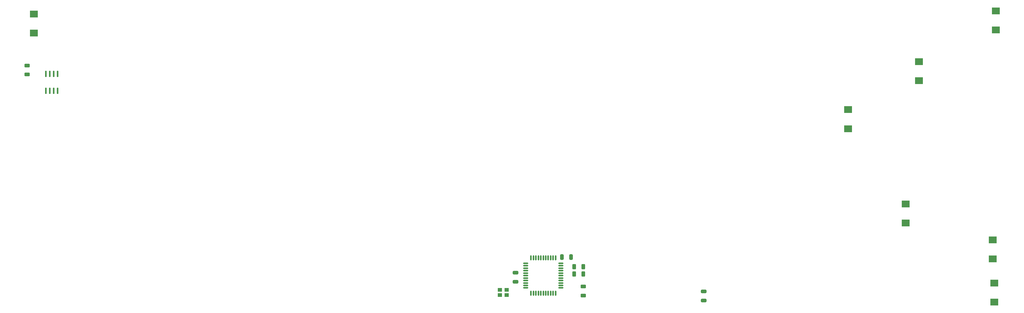
<source format=gbr>
%TF.GenerationSoftware,KiCad,Pcbnew,9.0.2*%
%TF.CreationDate,2025-07-03T22:06:11+05:30*%
%TF.ProjectId,KeeBoard,4b656542-6f61-4726-942e-6b696361645f,rev?*%
%TF.SameCoordinates,Original*%
%TF.FileFunction,Paste,Bot*%
%TF.FilePolarity,Positive*%
%FSLAX46Y46*%
G04 Gerber Fmt 4.6, Leading zero omitted, Abs format (unit mm)*
G04 Created by KiCad (PCBNEW 9.0.2) date 2025-07-03 22:06:11*
%MOMM*%
%LPD*%
G01*
G04 APERTURE LIST*
G04 Aperture macros list*
%AMRoundRect*
0 Rectangle with rounded corners*
0 $1 Rounding radius*
0 $2 $3 $4 $5 $6 $7 $8 $9 X,Y pos of 4 corners*
0 Add a 4 corners polygon primitive as box body*
4,1,4,$2,$3,$4,$5,$6,$7,$8,$9,$2,$3,0*
0 Add four circle primitives for the rounded corners*
1,1,$1+$1,$2,$3*
1,1,$1+$1,$4,$5*
1,1,$1+$1,$6,$7*
1,1,$1+$1,$8,$9*
0 Add four rect primitives between the rounded corners*
20,1,$1+$1,$2,$3,$4,$5,0*
20,1,$1+$1,$4,$5,$6,$7,0*
20,1,$1+$1,$6,$7,$8,$9,0*
20,1,$1+$1,$8,$9,$2,$3,0*%
G04 Aperture macros list end*
%ADD10O,0.588000X2.045000*%
%ADD11R,2.500000X2.300000*%
%ADD12RoundRect,0.250000X-0.625000X0.312500X-0.625000X-0.312500X0.625000X-0.312500X0.625000X0.312500X0*%
%ADD13RoundRect,0.250000X-0.325000X-0.650000X0.325000X-0.650000X0.325000X0.650000X-0.325000X0.650000X0*%
%ADD14RoundRect,0.250000X0.650000X-0.325000X0.650000X0.325000X-0.650000X0.325000X-0.650000X-0.325000X0*%
%ADD15O,1.684000X0.448000*%
%ADD16O,0.448000X1.684000*%
%ADD17R,1.400000X1.200000*%
%ADD18RoundRect,0.250000X0.312500X0.625000X-0.312500X0.625000X-0.312500X-0.625000X0.312500X-0.625000X0*%
%ADD19RoundRect,0.250000X-0.650000X0.325000X-0.650000X-0.325000X0.650000X-0.325000X0.650000X0.325000X0*%
G04 APERTURE END LIST*
D10*
%TO.C,U3*%
X27705000Y-49872500D03*
X26435000Y-49872500D03*
X25165000Y-49872500D03*
X23895000Y-49872500D03*
X23895000Y-44327500D03*
X25165000Y-44327500D03*
X26435000Y-44327500D03*
X27705000Y-44327500D03*
%TD*%
D11*
%TO.C,Main_c6*%
X331500000Y-104600000D03*
X331500000Y-98400000D03*
%TD*%
%TO.C,Main_c4*%
X284500000Y-62200000D03*
X284500000Y-56000000D03*
%TD*%
D12*
%TO.C,5.1K_R2*%
X17800000Y-41637500D03*
X17800000Y-44562500D03*
%TD*%
D13*
%TO.C,C16*%
X191525000Y-104000000D03*
X194475000Y-104000000D03*
%TD*%
D12*
%TO.C,R1*%
X198500000Y-113537500D03*
X198500000Y-116462500D03*
%TD*%
D14*
%TO.C,C20*%
X237600000Y-118075000D03*
X237600000Y-115125000D03*
%TD*%
D15*
%TO.C,U2*%
X191242000Y-106000000D03*
X191242000Y-106800000D03*
X191242000Y-107600000D03*
X191242000Y-108400000D03*
X191242000Y-109200000D03*
X191242000Y-110000000D03*
X191242000Y-110800000D03*
X191242000Y-111600000D03*
X191242000Y-112400000D03*
X191242000Y-113200000D03*
X191242000Y-114000000D03*
D16*
X189500000Y-115742000D03*
X188700000Y-115742000D03*
X187900000Y-115742000D03*
X187100000Y-115742000D03*
X186300000Y-115742000D03*
X185500000Y-115742000D03*
X184700000Y-115742000D03*
X183900000Y-115742000D03*
X183100000Y-115742000D03*
X182300000Y-115742000D03*
X181500000Y-115742000D03*
D15*
X179758000Y-114000000D03*
X179758000Y-113200000D03*
X179758000Y-112400000D03*
X179758000Y-111600000D03*
X179758000Y-110800000D03*
X179758000Y-110000000D03*
X179758000Y-109200000D03*
X179758000Y-108400000D03*
X179758000Y-107600000D03*
X179758000Y-106800000D03*
X179758000Y-106000000D03*
D16*
X181500000Y-104258000D03*
X182300000Y-104258000D03*
X183100000Y-104258000D03*
X183900000Y-104258000D03*
X184700000Y-104258000D03*
X185500000Y-104258000D03*
X186300000Y-104258000D03*
X187100000Y-104258000D03*
X187900000Y-104258000D03*
X188700000Y-104258000D03*
X189500000Y-104258000D03*
%TD*%
D11*
%TO.C,Main_c3*%
X307500000Y-46600000D03*
X307500000Y-40400000D03*
%TD*%
D17*
%TO.C,X1*%
X171400000Y-114650000D03*
X173600000Y-114650000D03*
X173600000Y-116350000D03*
X171400000Y-116350000D03*
%TD*%
D11*
%TO.C,Main_c5*%
X303200000Y-92900000D03*
X303200000Y-86700000D03*
%TD*%
%TO.C,Main_c7*%
X332000000Y-118600000D03*
X332000000Y-112400000D03*
%TD*%
D18*
%TO.C,R2*%
X198462500Y-109500000D03*
X195537500Y-109500000D03*
%TD*%
D11*
%TO.C,Main_c2*%
X332500000Y-30100000D03*
X332500000Y-23900000D03*
%TD*%
D18*
%TO.C,R3*%
X198462500Y-107100000D03*
X195537500Y-107100000D03*
%TD*%
D19*
%TO.C,C18*%
X176500000Y-109025000D03*
X176500000Y-111975000D03*
%TD*%
D11*
%TO.C,Main_C1*%
X20000000Y-31100000D03*
X20000000Y-24900000D03*
%TD*%
M02*

</source>
